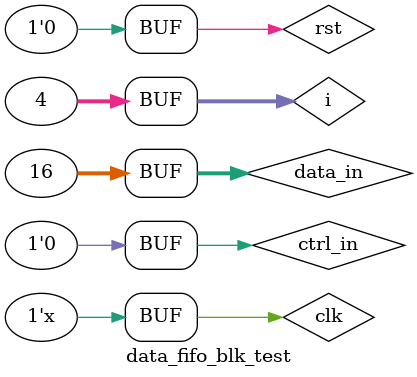
<source format=v>
`timescale 1ns / 1ps


module data_fifo_blk_test;
    parameter clock_period = 3.0;
	// Inputs
	reg clk;
	reg rst;
	reg [31:0] data_in;
	reg ctrl_in;

	// Outputs
	wire [31:0] data_out;
	wire ctrl_out;

	// Instantiate the Unit Under Test (UUT)
	data_fifo_blk uut (
		.clk(clk), 
		.rst(rst), 
		.data_in(data_in), 
		.data_out(data_out), 
		.ctrl_in(ctrl_in), 
		.ctrl_out(ctrl_out)
	);
    
	integer i;
	always #(clock_period/2) clk=~clk;
	initial begin
		// Initialize Inputs
		clk = 0;
		rst = 1;
		data_in = 0;
		ctrl_in = 0;

		// Wait 100 ns for global reset to finish
		#100;
		rst = 0;
		data_in = 0;
		ctrl_in = 1;
		
		for(i=0; i<4; i=i+1)begin
		  #clock_period;
		  data_in = 4*i+1;
		  ctrl_in = 0;
		  
		  #clock_period;
		  data_in = 4*i+2;
		  ctrl_in = 0;
		  
		  #clock_period;		  
		  data_in = 4*i+3;
		  ctrl_in = 0;
		  
		  #clock_period;		  
		  data_in = 4*i+4;
		  ctrl_in = 0;		  	  
		end
		
		  ctrl_in = 1;		  
        
		for(i=0; i<4; i=i+1)begin
		  #clock_period;
		  data_in = 4*i+1;
		  ctrl_in = 0;
		  
		  #clock_period;
		  data_in = 4*i+2;
		  ctrl_in = 0;
		  
		  #clock_period;		  
		  data_in = 4*i+3;
		  ctrl_in = 0;
		  
		  #clock_period;		  
		  data_in = 4*i+4;
		  ctrl_in = 0;		  	  
		end
		// Add stimulus here

	end
      
endmodule


</source>
